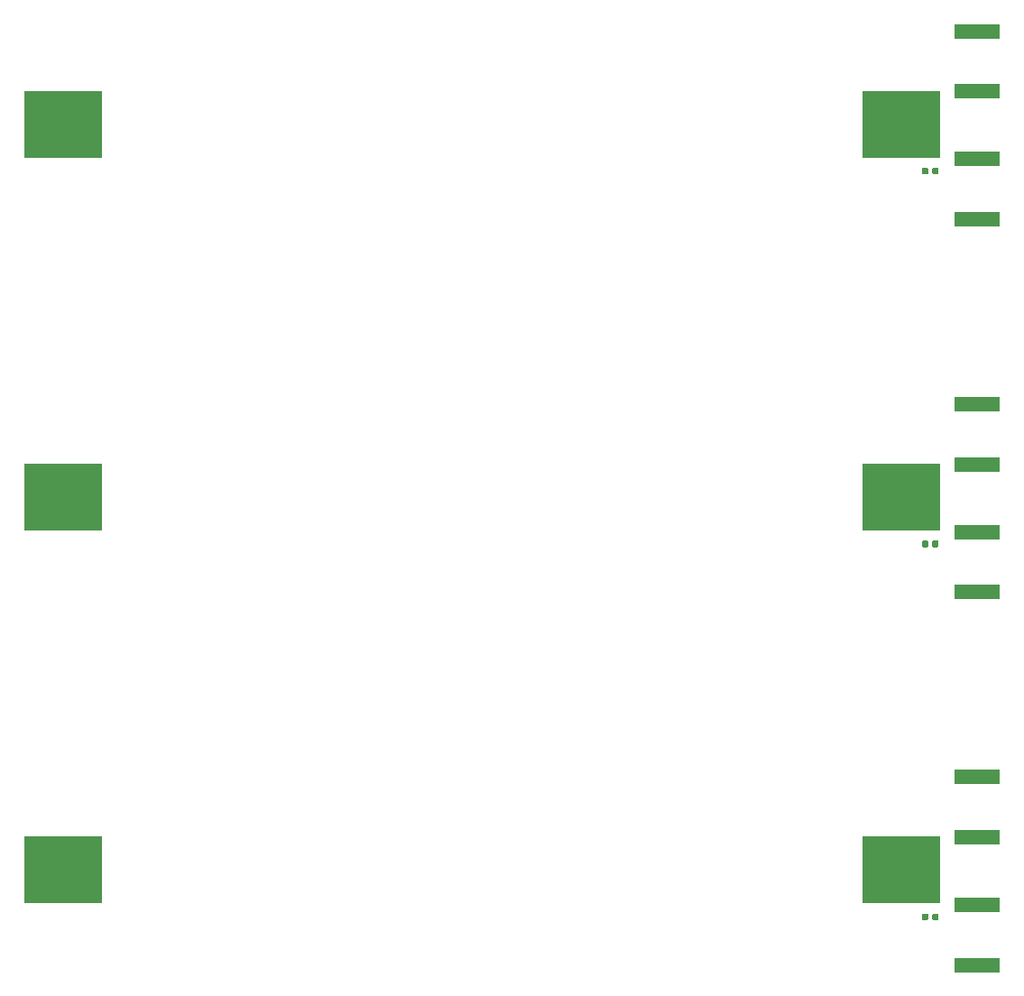
<source format=gbr>
G04 #@! TF.GenerationSoftware,KiCad,Pcbnew,(5.1.5)-3*
G04 #@! TF.CreationDate,2020-05-17T20:08:29+05:30*
G04 #@! TF.ProjectId,panel,70616e65-6c2e-46b6-9963-61645f706362,rev?*
G04 #@! TF.SameCoordinates,Original*
G04 #@! TF.FileFunction,Paste,Bot*
G04 #@! TF.FilePolarity,Positive*
%FSLAX46Y46*%
G04 Gerber Fmt 4.6, Leading zero omitted, Abs format (unit mm)*
G04 Created by KiCad (PCBNEW (5.1.5)-3) date 2020-05-17 20:08:29*
%MOMM*%
%LPD*%
G04 APERTURE LIST*
%ADD10R,4.200000X1.350000*%
%ADD11C,0.100000*%
%ADD12R,7.340000X6.350000*%
G04 APERTURE END LIST*
D10*
X220800000Y-144175000D03*
X220800000Y-149825000D03*
X220800000Y-109175000D03*
X220800000Y-114825000D03*
X220800000Y-132175000D03*
X220800000Y-137825000D03*
X220800000Y-97175000D03*
X220800000Y-102825000D03*
D11*
G36*
X217061958Y-144980710D02*
G01*
X217076276Y-144982834D01*
X217090317Y-144986351D01*
X217103946Y-144991228D01*
X217117031Y-144997417D01*
X217129447Y-145004858D01*
X217141073Y-145013481D01*
X217151798Y-145023202D01*
X217161519Y-145033927D01*
X217170142Y-145045553D01*
X217177583Y-145057969D01*
X217183772Y-145071054D01*
X217188649Y-145084683D01*
X217192166Y-145098724D01*
X217194290Y-145113042D01*
X217195000Y-145127500D01*
X217195000Y-145472500D01*
X217194290Y-145486958D01*
X217192166Y-145501276D01*
X217188649Y-145515317D01*
X217183772Y-145528946D01*
X217177583Y-145542031D01*
X217170142Y-145554447D01*
X217161519Y-145566073D01*
X217151798Y-145576798D01*
X217141073Y-145586519D01*
X217129447Y-145595142D01*
X217117031Y-145602583D01*
X217103946Y-145608772D01*
X217090317Y-145613649D01*
X217076276Y-145617166D01*
X217061958Y-145619290D01*
X217047500Y-145620000D01*
X216752500Y-145620000D01*
X216738042Y-145619290D01*
X216723724Y-145617166D01*
X216709683Y-145613649D01*
X216696054Y-145608772D01*
X216682969Y-145602583D01*
X216670553Y-145595142D01*
X216658927Y-145586519D01*
X216648202Y-145576798D01*
X216638481Y-145566073D01*
X216629858Y-145554447D01*
X216622417Y-145542031D01*
X216616228Y-145528946D01*
X216611351Y-145515317D01*
X216607834Y-145501276D01*
X216605710Y-145486958D01*
X216605000Y-145472500D01*
X216605000Y-145127500D01*
X216605710Y-145113042D01*
X216607834Y-145098724D01*
X216611351Y-145084683D01*
X216616228Y-145071054D01*
X216622417Y-145057969D01*
X216629858Y-145045553D01*
X216638481Y-145033927D01*
X216648202Y-145023202D01*
X216658927Y-145013481D01*
X216670553Y-145004858D01*
X216682969Y-144997417D01*
X216696054Y-144991228D01*
X216709683Y-144986351D01*
X216723724Y-144982834D01*
X216738042Y-144980710D01*
X216752500Y-144980000D01*
X217047500Y-144980000D01*
X217061958Y-144980710D01*
G37*
G36*
X216091958Y-144980710D02*
G01*
X216106276Y-144982834D01*
X216120317Y-144986351D01*
X216133946Y-144991228D01*
X216147031Y-144997417D01*
X216159447Y-145004858D01*
X216171073Y-145013481D01*
X216181798Y-145023202D01*
X216191519Y-145033927D01*
X216200142Y-145045553D01*
X216207583Y-145057969D01*
X216213772Y-145071054D01*
X216218649Y-145084683D01*
X216222166Y-145098724D01*
X216224290Y-145113042D01*
X216225000Y-145127500D01*
X216225000Y-145472500D01*
X216224290Y-145486958D01*
X216222166Y-145501276D01*
X216218649Y-145515317D01*
X216213772Y-145528946D01*
X216207583Y-145542031D01*
X216200142Y-145554447D01*
X216191519Y-145566073D01*
X216181798Y-145576798D01*
X216171073Y-145586519D01*
X216159447Y-145595142D01*
X216147031Y-145602583D01*
X216133946Y-145608772D01*
X216120317Y-145613649D01*
X216106276Y-145617166D01*
X216091958Y-145619290D01*
X216077500Y-145620000D01*
X215782500Y-145620000D01*
X215768042Y-145619290D01*
X215753724Y-145617166D01*
X215739683Y-145613649D01*
X215726054Y-145608772D01*
X215712969Y-145602583D01*
X215700553Y-145595142D01*
X215688927Y-145586519D01*
X215678202Y-145576798D01*
X215668481Y-145566073D01*
X215659858Y-145554447D01*
X215652417Y-145542031D01*
X215646228Y-145528946D01*
X215641351Y-145515317D01*
X215637834Y-145501276D01*
X215635710Y-145486958D01*
X215635000Y-145472500D01*
X215635000Y-145127500D01*
X215635710Y-145113042D01*
X215637834Y-145098724D01*
X215641351Y-145084683D01*
X215646228Y-145071054D01*
X215652417Y-145057969D01*
X215659858Y-145045553D01*
X215668481Y-145033927D01*
X215678202Y-145023202D01*
X215688927Y-145013481D01*
X215700553Y-145004858D01*
X215712969Y-144997417D01*
X215726054Y-144991228D01*
X215739683Y-144986351D01*
X215753724Y-144982834D01*
X215768042Y-144980710D01*
X215782500Y-144980000D01*
X216077500Y-144980000D01*
X216091958Y-144980710D01*
G37*
G36*
X217061958Y-109980710D02*
G01*
X217076276Y-109982834D01*
X217090317Y-109986351D01*
X217103946Y-109991228D01*
X217117031Y-109997417D01*
X217129447Y-110004858D01*
X217141073Y-110013481D01*
X217151798Y-110023202D01*
X217161519Y-110033927D01*
X217170142Y-110045553D01*
X217177583Y-110057969D01*
X217183772Y-110071054D01*
X217188649Y-110084683D01*
X217192166Y-110098724D01*
X217194290Y-110113042D01*
X217195000Y-110127500D01*
X217195000Y-110472500D01*
X217194290Y-110486958D01*
X217192166Y-110501276D01*
X217188649Y-110515317D01*
X217183772Y-110528946D01*
X217177583Y-110542031D01*
X217170142Y-110554447D01*
X217161519Y-110566073D01*
X217151798Y-110576798D01*
X217141073Y-110586519D01*
X217129447Y-110595142D01*
X217117031Y-110602583D01*
X217103946Y-110608772D01*
X217090317Y-110613649D01*
X217076276Y-110617166D01*
X217061958Y-110619290D01*
X217047500Y-110620000D01*
X216752500Y-110620000D01*
X216738042Y-110619290D01*
X216723724Y-110617166D01*
X216709683Y-110613649D01*
X216696054Y-110608772D01*
X216682969Y-110602583D01*
X216670553Y-110595142D01*
X216658927Y-110586519D01*
X216648202Y-110576798D01*
X216638481Y-110566073D01*
X216629858Y-110554447D01*
X216622417Y-110542031D01*
X216616228Y-110528946D01*
X216611351Y-110515317D01*
X216607834Y-110501276D01*
X216605710Y-110486958D01*
X216605000Y-110472500D01*
X216605000Y-110127500D01*
X216605710Y-110113042D01*
X216607834Y-110098724D01*
X216611351Y-110084683D01*
X216616228Y-110071054D01*
X216622417Y-110057969D01*
X216629858Y-110045553D01*
X216638481Y-110033927D01*
X216648202Y-110023202D01*
X216658927Y-110013481D01*
X216670553Y-110004858D01*
X216682969Y-109997417D01*
X216696054Y-109991228D01*
X216709683Y-109986351D01*
X216723724Y-109982834D01*
X216738042Y-109980710D01*
X216752500Y-109980000D01*
X217047500Y-109980000D01*
X217061958Y-109980710D01*
G37*
G36*
X216091958Y-109980710D02*
G01*
X216106276Y-109982834D01*
X216120317Y-109986351D01*
X216133946Y-109991228D01*
X216147031Y-109997417D01*
X216159447Y-110004858D01*
X216171073Y-110013481D01*
X216181798Y-110023202D01*
X216191519Y-110033927D01*
X216200142Y-110045553D01*
X216207583Y-110057969D01*
X216213772Y-110071054D01*
X216218649Y-110084683D01*
X216222166Y-110098724D01*
X216224290Y-110113042D01*
X216225000Y-110127500D01*
X216225000Y-110472500D01*
X216224290Y-110486958D01*
X216222166Y-110501276D01*
X216218649Y-110515317D01*
X216213772Y-110528946D01*
X216207583Y-110542031D01*
X216200142Y-110554447D01*
X216191519Y-110566073D01*
X216181798Y-110576798D01*
X216171073Y-110586519D01*
X216159447Y-110595142D01*
X216147031Y-110602583D01*
X216133946Y-110608772D01*
X216120317Y-110613649D01*
X216106276Y-110617166D01*
X216091958Y-110619290D01*
X216077500Y-110620000D01*
X215782500Y-110620000D01*
X215768042Y-110619290D01*
X215753724Y-110617166D01*
X215739683Y-110613649D01*
X215726054Y-110608772D01*
X215712969Y-110602583D01*
X215700553Y-110595142D01*
X215688927Y-110586519D01*
X215678202Y-110576798D01*
X215668481Y-110566073D01*
X215659858Y-110554447D01*
X215652417Y-110542031D01*
X215646228Y-110528946D01*
X215641351Y-110515317D01*
X215637834Y-110501276D01*
X215635710Y-110486958D01*
X215635000Y-110472500D01*
X215635000Y-110127500D01*
X215635710Y-110113042D01*
X215637834Y-110098724D01*
X215641351Y-110084683D01*
X215646228Y-110071054D01*
X215652417Y-110057969D01*
X215659858Y-110045553D01*
X215668481Y-110033927D01*
X215678202Y-110023202D01*
X215688927Y-110013481D01*
X215700553Y-110004858D01*
X215712969Y-109997417D01*
X215726054Y-109991228D01*
X215739683Y-109986351D01*
X215753724Y-109982834D01*
X215768042Y-109980710D01*
X215782500Y-109980000D01*
X216077500Y-109980000D01*
X216091958Y-109980710D01*
G37*
D12*
X135070000Y-140900000D03*
X213730000Y-140900000D03*
X135070000Y-105900000D03*
X213730000Y-105900000D03*
X213730000Y-70900000D03*
X135070000Y-70900000D03*
D11*
G36*
X216091958Y-74980710D02*
G01*
X216106276Y-74982834D01*
X216120317Y-74986351D01*
X216133946Y-74991228D01*
X216147031Y-74997417D01*
X216159447Y-75004858D01*
X216171073Y-75013481D01*
X216181798Y-75023202D01*
X216191519Y-75033927D01*
X216200142Y-75045553D01*
X216207583Y-75057969D01*
X216213772Y-75071054D01*
X216218649Y-75084683D01*
X216222166Y-75098724D01*
X216224290Y-75113042D01*
X216225000Y-75127500D01*
X216225000Y-75472500D01*
X216224290Y-75486958D01*
X216222166Y-75501276D01*
X216218649Y-75515317D01*
X216213772Y-75528946D01*
X216207583Y-75542031D01*
X216200142Y-75554447D01*
X216191519Y-75566073D01*
X216181798Y-75576798D01*
X216171073Y-75586519D01*
X216159447Y-75595142D01*
X216147031Y-75602583D01*
X216133946Y-75608772D01*
X216120317Y-75613649D01*
X216106276Y-75617166D01*
X216091958Y-75619290D01*
X216077500Y-75620000D01*
X215782500Y-75620000D01*
X215768042Y-75619290D01*
X215753724Y-75617166D01*
X215739683Y-75613649D01*
X215726054Y-75608772D01*
X215712969Y-75602583D01*
X215700553Y-75595142D01*
X215688927Y-75586519D01*
X215678202Y-75576798D01*
X215668481Y-75566073D01*
X215659858Y-75554447D01*
X215652417Y-75542031D01*
X215646228Y-75528946D01*
X215641351Y-75515317D01*
X215637834Y-75501276D01*
X215635710Y-75486958D01*
X215635000Y-75472500D01*
X215635000Y-75127500D01*
X215635710Y-75113042D01*
X215637834Y-75098724D01*
X215641351Y-75084683D01*
X215646228Y-75071054D01*
X215652417Y-75057969D01*
X215659858Y-75045553D01*
X215668481Y-75033927D01*
X215678202Y-75023202D01*
X215688927Y-75013481D01*
X215700553Y-75004858D01*
X215712969Y-74997417D01*
X215726054Y-74991228D01*
X215739683Y-74986351D01*
X215753724Y-74982834D01*
X215768042Y-74980710D01*
X215782500Y-74980000D01*
X216077500Y-74980000D01*
X216091958Y-74980710D01*
G37*
G36*
X217061958Y-74980710D02*
G01*
X217076276Y-74982834D01*
X217090317Y-74986351D01*
X217103946Y-74991228D01*
X217117031Y-74997417D01*
X217129447Y-75004858D01*
X217141073Y-75013481D01*
X217151798Y-75023202D01*
X217161519Y-75033927D01*
X217170142Y-75045553D01*
X217177583Y-75057969D01*
X217183772Y-75071054D01*
X217188649Y-75084683D01*
X217192166Y-75098724D01*
X217194290Y-75113042D01*
X217195000Y-75127500D01*
X217195000Y-75472500D01*
X217194290Y-75486958D01*
X217192166Y-75501276D01*
X217188649Y-75515317D01*
X217183772Y-75528946D01*
X217177583Y-75542031D01*
X217170142Y-75554447D01*
X217161519Y-75566073D01*
X217151798Y-75576798D01*
X217141073Y-75586519D01*
X217129447Y-75595142D01*
X217117031Y-75602583D01*
X217103946Y-75608772D01*
X217090317Y-75613649D01*
X217076276Y-75617166D01*
X217061958Y-75619290D01*
X217047500Y-75620000D01*
X216752500Y-75620000D01*
X216738042Y-75619290D01*
X216723724Y-75617166D01*
X216709683Y-75613649D01*
X216696054Y-75608772D01*
X216682969Y-75602583D01*
X216670553Y-75595142D01*
X216658927Y-75586519D01*
X216648202Y-75576798D01*
X216638481Y-75566073D01*
X216629858Y-75554447D01*
X216622417Y-75542031D01*
X216616228Y-75528946D01*
X216611351Y-75515317D01*
X216607834Y-75501276D01*
X216605710Y-75486958D01*
X216605000Y-75472500D01*
X216605000Y-75127500D01*
X216605710Y-75113042D01*
X216607834Y-75098724D01*
X216611351Y-75084683D01*
X216616228Y-75071054D01*
X216622417Y-75057969D01*
X216629858Y-75045553D01*
X216638481Y-75033927D01*
X216648202Y-75023202D01*
X216658927Y-75013481D01*
X216670553Y-75004858D01*
X216682969Y-74997417D01*
X216696054Y-74991228D01*
X216709683Y-74986351D01*
X216723724Y-74982834D01*
X216738042Y-74980710D01*
X216752500Y-74980000D01*
X217047500Y-74980000D01*
X217061958Y-74980710D01*
G37*
D10*
X220800000Y-67825000D03*
X220800000Y-62175000D03*
X220800000Y-79825000D03*
X220800000Y-74175000D03*
M02*

</source>
